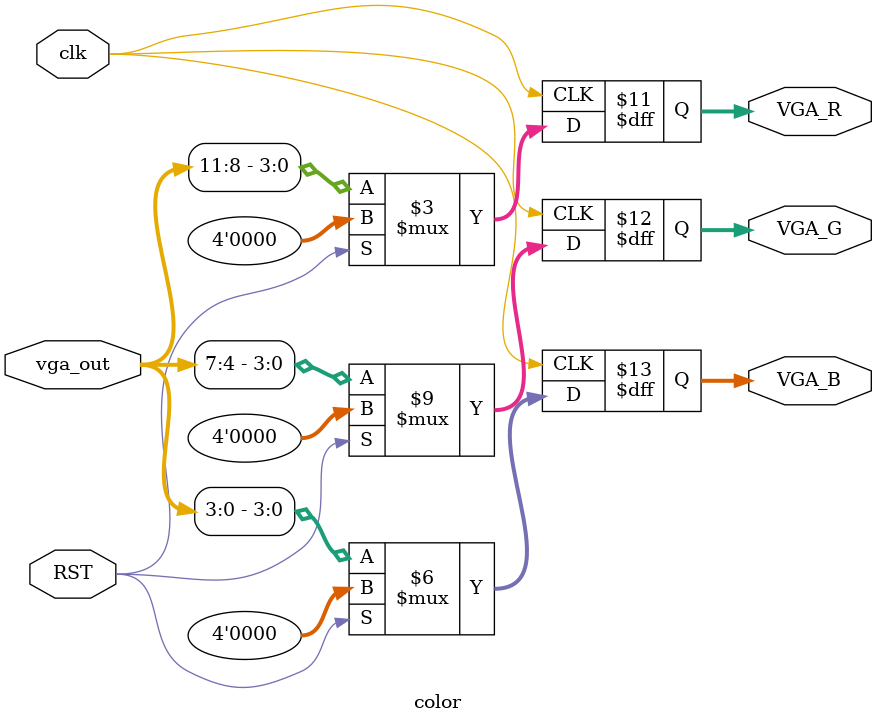
<source format=v>
`timescale 1ns / 1ps

module color(clk, vga_out, RST, VGA_R, VGA_G, VGA_B);
    input clk;              // 65MHz
    input [11:0]vga_out;     // 12 bits
    input RST;              // reset btn
    
    output reg [3:0]VGA_R, VGA_G, VGA_B;  // output  RGB signal

    always @(posedge clk)
    begin
        if(RST) begin   // color reset
            VGA_R <= 0;
            VGA_G <= 0;
            VGA_B <= 0;
        end
        else begin
            {VGA_R, VGA_G, VGA_B} <= vga_out;   // set the VGA signal
        end
    end

endmodule
</source>
